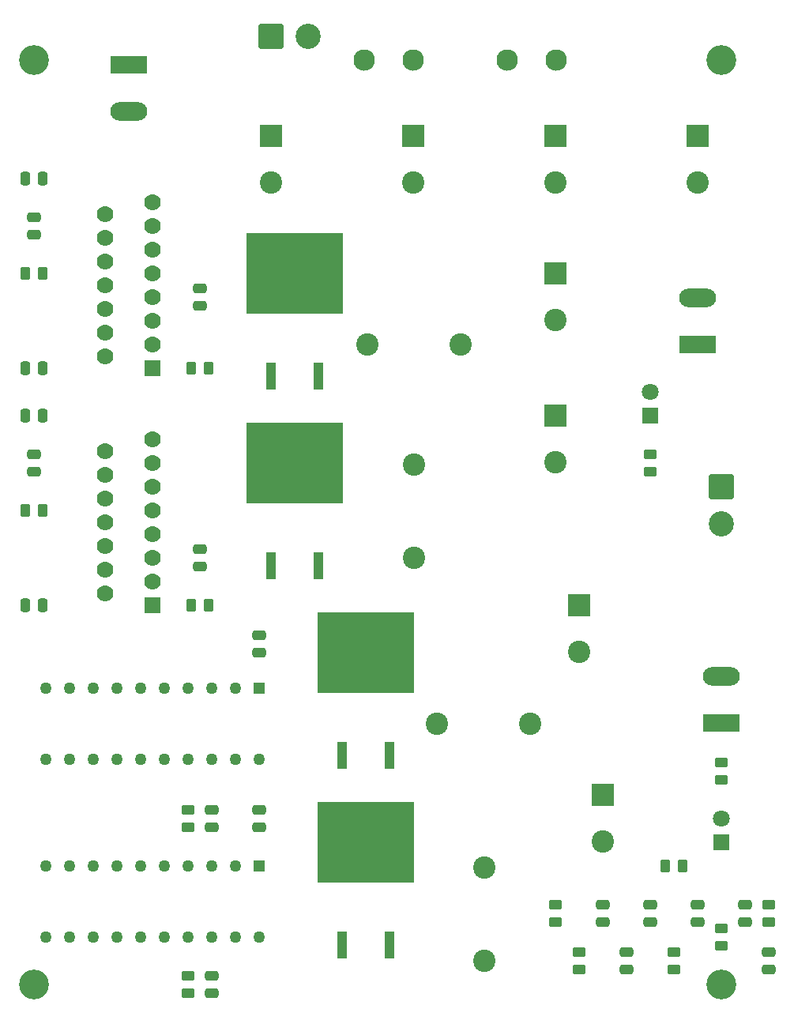
<source format=gts>
%TF.GenerationSoftware,KiCad,Pcbnew,(6.0.1)*%
%TF.CreationDate,2022-02-23T20:13:37+01:00*%
%TF.ProjectId,PSU,5053552e-6b69-4636-9164-5f7063625858,rev?*%
%TF.SameCoordinates,Original*%
%TF.FileFunction,Soldermask,Top*%
%TF.FilePolarity,Negative*%
%FSLAX46Y46*%
G04 Gerber Fmt 4.6, Leading zero omitted, Abs format (unit mm)*
G04 Created by KiCad (PCBNEW (6.0.1)) date 2022-02-23 20:13:37*
%MOMM*%
%LPD*%
G01*
G04 APERTURE LIST*
G04 Aperture macros list*
%AMRoundRect*
0 Rectangle with rounded corners*
0 $1 Rounding radius*
0 $2 $3 $4 $5 $6 $7 $8 $9 X,Y pos of 4 corners*
0 Add a 4 corners polygon primitive as box body*
4,1,4,$2,$3,$4,$5,$6,$7,$8,$9,$2,$3,0*
0 Add four circle primitives for the rounded corners*
1,1,$1+$1,$2,$3*
1,1,$1+$1,$4,$5*
1,1,$1+$1,$6,$7*
1,1,$1+$1,$8,$9*
0 Add four rect primitives between the rounded corners*
20,1,$1+$1,$2,$3,$4,$5,0*
20,1,$1+$1,$4,$5,$6,$7,0*
20,1,$1+$1,$6,$7,$8,$9,0*
20,1,$1+$1,$8,$9,$2,$3,0*%
G04 Aperture macros list end*
%ADD10C,3.200000*%
%ADD11RoundRect,0.250000X0.475000X-0.250000X0.475000X0.250000X-0.475000X0.250000X-0.475000X-0.250000X0*%
%ADD12RoundRect,0.250000X-0.475000X0.250000X-0.475000X-0.250000X0.475000X-0.250000X0.475000X0.250000X0*%
%ADD13RoundRect,0.250000X0.450000X-0.262500X0.450000X0.262500X-0.450000X0.262500X-0.450000X-0.262500X0*%
%ADD14R,2.400000X2.400000*%
%ADD15C,2.400000*%
%ADD16R,3.960000X1.980000*%
%ADD17O,3.960000X1.980000*%
%ADD18R,0.990600X2.997200*%
%ADD19R,10.337800X8.712200*%
%ADD20RoundRect,0.250000X-0.250000X-0.475000X0.250000X-0.475000X0.250000X0.475000X-0.250000X0.475000X0*%
%ADD21R,1.270000X1.270000*%
%ADD22C,1.270000*%
%ADD23RoundRect,0.250000X0.262500X0.450000X-0.262500X0.450000X-0.262500X-0.450000X0.262500X-0.450000X0*%
%ADD24RoundRect,0.250000X-0.450000X0.262500X-0.450000X-0.262500X0.450000X-0.262500X0.450000X0.262500X0*%
%ADD25R,1.778000X1.778000*%
%ADD26C,1.778000*%
%ADD27RoundRect,0.250001X-1.099999X1.099999X-1.099999X-1.099999X1.099999X-1.099999X1.099999X1.099999X0*%
%ADD28C,2.700000*%
%ADD29C,2.300000*%
%ADD30R,1.800000X1.800000*%
%ADD31C,1.800000*%
%ADD32RoundRect,0.250001X-1.099999X-1.099999X1.099999X-1.099999X1.099999X1.099999X-1.099999X1.099999X0*%
%ADD33RoundRect,0.250000X-0.262500X-0.450000X0.262500X-0.450000X0.262500X0.450000X-0.262500X0.450000X0*%
G04 APERTURE END LIST*
D10*
%TO.C,H5*%
X91440000Y-121920000D03*
%TD*%
%TO.C,H4*%
X17780000Y-22860000D03*
%TD*%
%TO.C,H3*%
X17780000Y-121920000D03*
%TD*%
%TO.C,H2*%
X91440000Y-22860000D03*
%TD*%
D11*
%TO.C,C5*%
X41910000Y-86360000D03*
X41910000Y-84460000D03*
%TD*%
D12*
%TO.C,C15*%
X93980000Y-113350000D03*
X93980000Y-115250000D03*
%TD*%
D13*
%TO.C,R11*%
X34290000Y-122832500D03*
X34290000Y-121007500D03*
%TD*%
D14*
%TO.C,C3*%
X76200000Y-81280000D03*
D15*
X76200000Y-86280000D03*
%TD*%
D16*
%TO.C,J1*%
X27940000Y-23320000D03*
D17*
X27940000Y-28320000D03*
%TD*%
D15*
%TO.C,L4*%
X58500000Y-76200000D03*
X58500000Y-66200000D03*
%TD*%
D12*
%TO.C,C25*%
X36830000Y-120970000D03*
X36830000Y-122870000D03*
%TD*%
D14*
%TO.C,C23*%
X88900000Y-30940000D03*
D15*
X88900000Y-35940000D03*
%TD*%
D13*
%TO.C,R5*%
X34290000Y-105052500D03*
X34290000Y-103227500D03*
%TD*%
D18*
%TO.C,U4*%
X50800000Y-117690900D03*
X55880000Y-117690900D03*
D19*
X53340000Y-106680000D03*
%TD*%
D12*
%TO.C,C12*%
X36830000Y-103190000D03*
X36830000Y-105090000D03*
%TD*%
D20*
%TO.C,C24*%
X16830000Y-60960000D03*
X18730000Y-60960000D03*
%TD*%
D21*
%TO.C,CR2*%
X41910000Y-109220000D03*
D22*
X39370000Y-109220000D03*
X36830000Y-109220000D03*
X34290000Y-109220000D03*
X31750000Y-109220000D03*
X29210000Y-109220000D03*
X26670000Y-109220000D03*
X24130000Y-109220000D03*
X21590000Y-109220000D03*
X19050000Y-109220000D03*
X19050000Y-116840000D03*
X21590000Y-116840000D03*
X24130000Y-116840000D03*
X26670000Y-116840000D03*
X29210000Y-116840000D03*
X31750000Y-116840000D03*
X34290000Y-116840000D03*
X36830000Y-116840000D03*
X39370000Y-116840000D03*
X41910000Y-116840000D03*
%TD*%
D13*
%TO.C,R1*%
X73660000Y-115212500D03*
X73660000Y-113387500D03*
%TD*%
D11*
%TO.C,C17*%
X96520000Y-120330000D03*
X96520000Y-118430000D03*
%TD*%
D18*
%TO.C,U5*%
X43180000Y-77050900D03*
X48260000Y-77050900D03*
D19*
X45720000Y-66040000D03*
%TD*%
D14*
%TO.C,C10*%
X58420000Y-30940000D03*
D15*
X58420000Y-35940000D03*
%TD*%
D20*
%TO.C,C11*%
X16830000Y-35560000D03*
X18730000Y-35560000D03*
%TD*%
D16*
%TO.C,J5*%
X88900000Y-53340000D03*
D17*
X88900000Y-48340000D03*
%TD*%
D12*
%TO.C,C7*%
X35560000Y-47310000D03*
X35560000Y-49210000D03*
%TD*%
D21*
%TO.C,CR1*%
X41910000Y-90170000D03*
D22*
X39370000Y-90170000D03*
X36830000Y-90170000D03*
X34290000Y-90170000D03*
X31750000Y-90170000D03*
X29210000Y-90170000D03*
X26670000Y-90170000D03*
X24130000Y-90170000D03*
X21590000Y-90170000D03*
X19050000Y-90170000D03*
X19050000Y-97790000D03*
X21590000Y-97790000D03*
X24130000Y-97790000D03*
X26670000Y-97790000D03*
X29210000Y-97790000D03*
X31750000Y-97790000D03*
X34290000Y-97790000D03*
X36830000Y-97790000D03*
X39370000Y-97790000D03*
X41910000Y-97790000D03*
%TD*%
D12*
%TO.C,C20*%
X35560000Y-75250000D03*
X35560000Y-77150000D03*
%TD*%
D23*
%TO.C,R6*%
X18692500Y-45720000D03*
X16867500Y-45720000D03*
%TD*%
D14*
%TO.C,C16*%
X78740000Y-101600000D03*
D15*
X78740000Y-106600000D03*
%TD*%
D24*
%TO.C,R8*%
X91440000Y-115927500D03*
X91440000Y-117752500D03*
%TD*%
D25*
%TO.C,U6*%
X30480000Y-81280000D03*
D26*
X25400000Y-80010000D03*
X30480000Y-78740000D03*
X25400000Y-77470000D03*
X30480000Y-76200000D03*
X25400000Y-74930000D03*
X30480000Y-73660000D03*
X25400000Y-72390000D03*
X30480000Y-71120000D03*
X25400000Y-69850000D03*
X30480000Y-68580000D03*
X25400000Y-67310000D03*
X30480000Y-66040000D03*
X25400000Y-64770000D03*
X30480000Y-63500000D03*
%TD*%
D23*
%TO.C,R12*%
X18692500Y-71120000D03*
X16867500Y-71120000D03*
%TD*%
D14*
%TO.C,C9*%
X43180000Y-30940000D03*
D15*
X43180000Y-35940000D03*
%TD*%
D11*
%TO.C,C14*%
X81280000Y-120330000D03*
X81280000Y-118430000D03*
%TD*%
D24*
%TO.C,R9*%
X96520000Y-113387500D03*
X96520000Y-115212500D03*
%TD*%
D11*
%TO.C,C26*%
X17780000Y-66990000D03*
X17780000Y-65090000D03*
%TD*%
D27*
%TO.C,EMER_STOP1*%
X91440000Y-68580000D03*
D28*
X91440000Y-72540000D03*
%TD*%
D12*
%TO.C,C4*%
X88900000Y-113350000D03*
X88900000Y-115250000D03*
%TD*%
D13*
%TO.C,R14*%
X83820000Y-66952500D03*
X83820000Y-65127500D03*
%TD*%
D29*
%TO.C,F1*%
X53220000Y-22860000D03*
X58420000Y-22860000D03*
X73720000Y-22860000D03*
X68520000Y-22860000D03*
%TD*%
D25*
%TO.C,U3*%
X30480000Y-55880000D03*
D26*
X25400000Y-54610000D03*
X30480000Y-53340000D03*
X25400000Y-52070000D03*
X30480000Y-50800000D03*
X25400000Y-49530000D03*
X30480000Y-48260000D03*
X25400000Y-46990000D03*
X30480000Y-45720000D03*
X25400000Y-44450000D03*
X30480000Y-43180000D03*
X25400000Y-41910000D03*
X30480000Y-40640000D03*
X25400000Y-39370000D03*
X30480000Y-38100000D03*
%TD*%
D14*
%TO.C,C8*%
X73660000Y-45720000D03*
D15*
X73660000Y-50720000D03*
%TD*%
D16*
%TO.C,J3*%
X91440000Y-93900000D03*
D17*
X91440000Y-88900000D03*
%TD*%
D20*
%TO.C,C19*%
X16830000Y-81280000D03*
X18730000Y-81280000D03*
%TD*%
D30*
%TO.C,D2*%
X83820000Y-60960000D03*
D31*
X83820000Y-58420000D03*
%TD*%
D18*
%TO.C,U2*%
X43180000Y-56730900D03*
X48260000Y-56730900D03*
D19*
X45720000Y-45720000D03*
%TD*%
D23*
%TO.C,R10*%
X36472500Y-81280000D03*
X34647500Y-81280000D03*
%TD*%
D14*
%TO.C,C22*%
X73660000Y-30940000D03*
D15*
X73660000Y-35940000D03*
%TD*%
D32*
%TO.C,SW1*%
X43180000Y-20320000D03*
D28*
X47140000Y-20320000D03*
%TD*%
D13*
%TO.C,R13*%
X91440000Y-99972500D03*
X91440000Y-98147500D03*
%TD*%
D20*
%TO.C,C6*%
X16830000Y-55880000D03*
X18730000Y-55880000D03*
%TD*%
D12*
%TO.C,C2*%
X83820000Y-113350000D03*
X83820000Y-115250000D03*
%TD*%
D11*
%TO.C,C13*%
X17780000Y-41590000D03*
X17780000Y-39690000D03*
%TD*%
D14*
%TO.C,C21*%
X73660000Y-60960000D03*
D15*
X73660000Y-65960000D03*
%TD*%
D18*
%TO.C,U1*%
X50800000Y-97370900D03*
X55880000Y-97370900D03*
D19*
X53340000Y-86360000D03*
%TD*%
D15*
%TO.C,L2*%
X53500000Y-53340000D03*
X63500000Y-53340000D03*
%TD*%
D13*
%TO.C,R2*%
X76200000Y-120292500D03*
X76200000Y-118467500D03*
%TD*%
D33*
%TO.C,R3*%
X85447500Y-109220000D03*
X87272500Y-109220000D03*
%TD*%
D15*
%TO.C,L3*%
X66040000Y-119380000D03*
X66040000Y-109380000D03*
%TD*%
D30*
%TO.C,D1*%
X91440000Y-106680000D03*
D31*
X91440000Y-104140000D03*
%TD*%
D15*
%TO.C,L1*%
X70960000Y-93980000D03*
X60960000Y-93980000D03*
%TD*%
D11*
%TO.C,C18*%
X41910000Y-105090000D03*
X41910000Y-103190000D03*
%TD*%
D23*
%TO.C,R4*%
X36472500Y-55880000D03*
X34647500Y-55880000D03*
%TD*%
D24*
%TO.C,R7*%
X86360000Y-118467500D03*
X86360000Y-120292500D03*
%TD*%
D12*
%TO.C,C1*%
X78740000Y-113350000D03*
X78740000Y-115250000D03*
%TD*%
M02*

</source>
